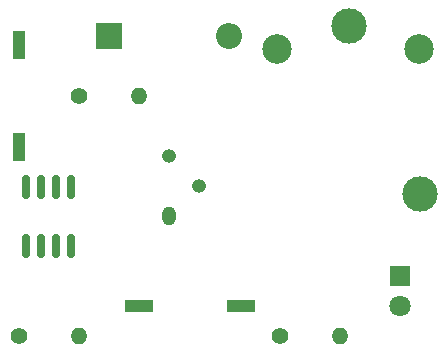
<source format=gbr>
%TF.GenerationSoftware,KiCad,Pcbnew,(6.0.4)*%
%TF.CreationDate,2022-05-29T18:16:18+05:30*%
%TF.ProjectId,TOUCH ON AND OFF SWTICH CIRCUIT,544f5543-4820-44f4-9e20-414e44204f46,rev?*%
%TF.SameCoordinates,Original*%
%TF.FileFunction,Soldermask,Top*%
%TF.FilePolarity,Negative*%
%FSLAX46Y46*%
G04 Gerber Fmt 4.6, Leading zero omitted, Abs format (unit mm)*
G04 Created by KiCad (PCBNEW (6.0.4)) date 2022-05-29 18:16:18*
%MOMM*%
%LPD*%
G01*
G04 APERTURE LIST*
G04 Aperture macros list*
%AMRoundRect*
0 Rectangle with rounded corners*
0 $1 Rounding radius*
0 $2 $3 $4 $5 $6 $7 $8 $9 X,Y pos of 4 corners*
0 Add a 4 corners polygon primitive as box body*
4,1,4,$2,$3,$4,$5,$6,$7,$8,$9,$2,$3,0*
0 Add four circle primitives for the rounded corners*
1,1,$1+$1,$2,$3*
1,1,$1+$1,$4,$5*
1,1,$1+$1,$6,$7*
1,1,$1+$1,$8,$9*
0 Add four rect primitives between the rounded corners*
20,1,$1+$1,$2,$3,$4,$5,0*
20,1,$1+$1,$4,$5,$6,$7,0*
20,1,$1+$1,$6,$7,$8,$9,0*
20,1,$1+$1,$8,$9,$2,$3,0*%
G04 Aperture macros list end*
%ADD10C,3.000000*%
%ADD11C,2.500000*%
%ADD12O,1.200000X1.600000*%
%ADD13O,1.200000X1.200000*%
%ADD14C,1.400000*%
%ADD15O,1.400000X1.400000*%
%ADD16R,1.800000X1.800000*%
%ADD17C,1.800000*%
%ADD18R,2.440000X1.120000*%
%ADD19R,2.200000X2.200000*%
%ADD20O,2.200000X2.200000*%
%ADD21R,1.120000X2.440000*%
%ADD22RoundRect,0.150000X-0.150000X0.825000X-0.150000X-0.825000X0.150000X-0.825000X0.150000X0.825000X0*%
G04 APERTURE END LIST*
D10*
%TO.C,K1*%
X59195000Y-21980000D03*
D11*
X53145000Y-23930000D03*
D10*
X65195000Y-36180000D03*
D11*
X65145000Y-23930000D03*
%TD*%
D12*
%TO.C,Q1*%
X43955000Y-38100000D03*
D13*
X46495000Y-35560000D03*
X43955000Y-33020000D03*
%TD*%
D14*
%TO.C,R3*%
X31255000Y-48260000D03*
D15*
X36335000Y-48260000D03*
%TD*%
D14*
%TO.C,R1*%
X36335000Y-27940000D03*
D15*
X41415000Y-27940000D03*
%TD*%
D16*
%TO.C,L1*%
X63500000Y-43180000D03*
D17*
X63500000Y-45720000D03*
%TD*%
D18*
%TO.C,SW1*%
X50025000Y-45720000D03*
X41415000Y-45720000D03*
%TD*%
D19*
%TO.C,D1*%
X38875000Y-22860000D03*
D20*
X49035000Y-22860000D03*
%TD*%
D21*
%TO.C,SW2*%
X31255000Y-32245000D03*
X31255000Y-23635000D03*
%TD*%
D14*
%TO.C,R2*%
X53340000Y-48260000D03*
D15*
X58420000Y-48260000D03*
%TD*%
D22*
%TO.C,U1*%
X35700000Y-40575000D03*
X34430000Y-40575000D03*
X33160000Y-40575000D03*
X31890000Y-40575000D03*
X31890000Y-35625000D03*
X33160000Y-35625000D03*
X34430000Y-35625000D03*
X35700000Y-35625000D03*
%TD*%
M02*

</source>
